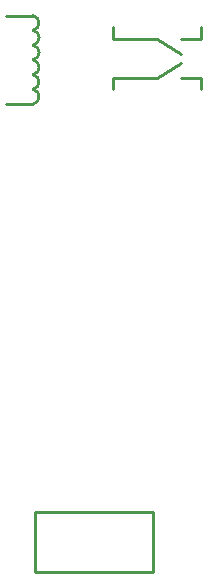
<source format=gbo>
%FSLAX25Y25*%
%MOIN*%
G70*
G01*
G75*
G04 Layer_Color=32896*
%ADD10R,0.05512X0.11811*%
G04:AMPARAMS|DCode=11|XSize=118.11mil|YSize=55.12mil|CornerRadius=13.78mil|HoleSize=0mil|Usage=FLASHONLY|Rotation=90.000|XOffset=0mil|YOffset=0mil|HoleType=Round|Shape=RoundedRectangle|*
%AMROUNDEDRECTD11*
21,1,0.11811,0.02756,0,0,90.0*
21,1,0.09055,0.05512,0,0,90.0*
1,1,0.02756,0.01378,0.04528*
1,1,0.02756,0.01378,-0.04528*
1,1,0.02756,-0.01378,-0.04528*
1,1,0.02756,-0.01378,0.04528*
%
%ADD11ROUNDEDRECTD11*%
%ADD12R,0.05709X0.05906*%
%ADD13R,0.08268X0.12992*%
%ADD14R,0.08268X0.03543*%
%ADD15R,0.07874X0.02362*%
%ADD16R,0.02362X0.08071*%
%ADD17R,0.09000X0.02500*%
%ADD18R,0.09000X0.03500*%
%ADD19R,0.05906X0.05709*%
%ADD20R,0.08071X0.02362*%
%ADD21R,0.02362X0.07480*%
%ADD22R,0.05906X0.05709*%
%ADD23R,0.02362X0.07874*%
%ADD24R,0.11811X0.15748*%
%ADD25R,0.12992X0.08268*%
%ADD26R,0.03543X0.08268*%
%ADD27R,0.01969X0.09252*%
%ADD28R,0.07874X0.09843*%
%ADD29R,0.05709X0.05906*%
%ADD30R,0.14000X0.05500*%
%ADD31R,0.06693X0.09843*%
%ADD32R,0.11811X0.05512*%
G04:AMPARAMS|DCode=33|XSize=118.11mil|YSize=55.12mil|CornerRadius=13.78mil|HoleSize=0mil|Usage=FLASHONLY|Rotation=180.000|XOffset=0mil|YOffset=0mil|HoleType=Round|Shape=RoundedRectangle|*
%AMROUNDEDRECTD33*
21,1,0.11811,0.02756,0,0,180.0*
21,1,0.09055,0.05512,0,0,180.0*
1,1,0.02756,-0.04528,0.01378*
1,1,0.02756,0.04528,0.01378*
1,1,0.02756,0.04528,-0.01378*
1,1,0.02756,-0.04528,-0.01378*
%
%ADD33ROUNDEDRECTD33*%
G04:AMPARAMS|DCode=34|XSize=157.48mil|YSize=62.99mil|CornerRadius=15.75mil|HoleSize=0mil|Usage=FLASHONLY|Rotation=0.000|XOffset=0mil|YOffset=0mil|HoleType=Round|Shape=RoundedRectangle|*
%AMROUNDEDRECTD34*
21,1,0.15748,0.03150,0,0,0.0*
21,1,0.12598,0.06299,0,0,0.0*
1,1,0.03150,0.06299,-0.01575*
1,1,0.03150,-0.06299,-0.01575*
1,1,0.03150,-0.06299,0.01575*
1,1,0.03150,0.06299,0.01575*
%
%ADD34ROUNDEDRECTD34*%
%ADD35R,0.15748X0.06299*%
%ADD36R,0.07480X0.05906*%
%ADD37R,0.07087X0.05512*%
%ADD38R,0.09843X0.06693*%
%ADD39C,0.00600*%
%ADD40C,0.00800*%
%ADD41C,0.02000*%
%ADD42C,0.05000*%
%ADD43C,0.03000*%
%ADD44C,0.07500*%
%ADD45C,0.12500*%
%ADD46C,0.09843*%
%ADD47R,0.05512X0.05512*%
%ADD48C,0.05512*%
%ADD49C,0.07874*%
%ADD50C,0.08661*%
%ADD51R,0.08661X0.08661*%
%ADD52C,0.01772*%
%ADD53C,0.10000*%
%ADD54C,0.11811*%
%ADD55R,0.11811X0.11811*%
%ADD56O,0.04921X0.05906*%
%ADD57C,0.10236*%
%ADD58C,0.04500*%
%ADD59C,0.05118*%
%ADD60C,0.04724*%
%ADD61C,0.03200*%
%ADD62C,0.04000*%
%ADD63C,0.00984*%
%ADD64C,0.02362*%
%ADD65C,0.00787*%
%ADD66C,0.01000*%
%ADD67C,0.01575*%
%ADD68C,0.00500*%
%ADD69R,0.09000X6.30000*%
%ADD70R,1.09500X0.16500*%
%ADD71R,1.22500X0.16500*%
%ADD72R,1.88500X0.16500*%
%ADD73R,2.18000X0.16500*%
%ADD74R,1.62000X0.16500*%
%ADD75R,1.88000X0.16500*%
%ADD76R,2.94000X0.16500*%
%ADD77R,2.63500X0.16500*%
%ADD78R,0.06312X0.12611*%
G04:AMPARAMS|DCode=79|XSize=126.11mil|YSize=63.12mil|CornerRadius=17.78mil|HoleSize=0mil|Usage=FLASHONLY|Rotation=90.000|XOffset=0mil|YOffset=0mil|HoleType=Round|Shape=RoundedRectangle|*
%AMROUNDEDRECTD79*
21,1,0.12611,0.02756,0,0,90.0*
21,1,0.09055,0.06312,0,0,90.0*
1,1,0.03556,0.01378,0.04528*
1,1,0.03556,0.01378,-0.04528*
1,1,0.03556,-0.01378,-0.04528*
1,1,0.03556,-0.01378,0.04528*
%
%ADD79ROUNDEDRECTD79*%
%ADD80R,0.06509X0.06706*%
%ADD81R,0.09068X0.13792*%
%ADD82R,0.09068X0.04343*%
%ADD83R,0.08674X0.03162*%
%ADD84R,0.03162X0.08871*%
%ADD85R,0.09800X0.03300*%
%ADD86R,0.09800X0.04300*%
%ADD87R,0.06706X0.06509*%
%ADD88R,0.08871X0.03162*%
%ADD89R,0.03162X0.08280*%
%ADD90R,0.06706X0.06509*%
%ADD91R,0.03162X0.08674*%
%ADD92R,0.12611X0.16548*%
%ADD93R,0.13792X0.09068*%
%ADD94R,0.04343X0.09068*%
%ADD95R,0.02769X0.10052*%
%ADD96R,0.08674X0.10642*%
%ADD97R,0.06509X0.06706*%
%ADD98R,0.14800X0.06300*%
%ADD99R,0.07493X0.10642*%
%ADD100R,0.12611X0.06312*%
G04:AMPARAMS|DCode=101|XSize=126.11mil|YSize=63.12mil|CornerRadius=17.78mil|HoleSize=0mil|Usage=FLASHONLY|Rotation=180.000|XOffset=0mil|YOffset=0mil|HoleType=Round|Shape=RoundedRectangle|*
%AMROUNDEDRECTD101*
21,1,0.12611,0.02756,0,0,180.0*
21,1,0.09055,0.06312,0,0,180.0*
1,1,0.03556,-0.04528,0.01378*
1,1,0.03556,0.04528,0.01378*
1,1,0.03556,0.04528,-0.01378*
1,1,0.03556,-0.04528,-0.01378*
%
%ADD101ROUNDEDRECTD101*%
G04:AMPARAMS|DCode=102|XSize=165.48mil|YSize=70.99mil|CornerRadius=19.75mil|HoleSize=0mil|Usage=FLASHONLY|Rotation=0.000|XOffset=0mil|YOffset=0mil|HoleType=Round|Shape=RoundedRectangle|*
%AMROUNDEDRECTD102*
21,1,0.16548,0.03150,0,0,0.0*
21,1,0.12598,0.07099,0,0,0.0*
1,1,0.03950,0.06299,-0.01575*
1,1,0.03950,-0.06299,-0.01575*
1,1,0.03950,-0.06299,0.01575*
1,1,0.03950,0.06299,0.01575*
%
%ADD102ROUNDEDRECTD102*%
%ADD103R,0.16548X0.07099*%
%ADD104R,0.08280X0.06706*%
%ADD105R,0.07887X0.06312*%
%ADD106R,0.10642X0.07493*%
%ADD107C,0.13300*%
%ADD108C,0.10642*%
%ADD109C,0.14567*%
%ADD110R,0.06312X0.06312*%
%ADD111C,0.06312*%
%ADD112R,0.00800X0.00800*%
%ADD113C,0.08674*%
%ADD114C,0.09461*%
%ADD115R,0.09461X0.09461*%
%ADD116C,0.02572*%
%ADD117C,0.10800*%
%ADD118C,0.12611*%
%ADD119R,0.12611X0.12611*%
%ADD120O,0.05721X0.06706*%
%ADD121C,0.00800*%
%ADD122C,0.11036*%
%ADD123C,0.05300*%
%ADD124C,0.05918*%
%ADD125C,0.05524*%
D66*
X305480Y-423415D02*
G03*
X305480Y-418494I-492J2461D01*
G01*
Y-428336D02*
G03*
X305480Y-423415I-492J2461D01*
G01*
Y-433257D02*
G03*
X305480Y-428336I-492J2461D01*
G01*
Y-418494D02*
G03*
X305480Y-413572I-492J2461D01*
G01*
Y-438179D02*
G03*
X305480Y-433257I-492J2461D01*
G01*
Y-443100D02*
G03*
X305480Y-438179I-492J2461D01*
G01*
X296621Y-443100D02*
X305480D01*
X296621Y-413572D02*
X305480D01*
X332054Y-421447D02*
Y-417510D01*
Y-421447D02*
X346818D01*
X361582D02*
Y-417510D01*
X354692Y-421447D02*
X361582D01*
X346818D02*
X354692Y-426368D01*
X346818Y-434242D02*
X354692Y-429320D01*
Y-434242D02*
X361582D01*
Y-438179D02*
Y-434242D01*
X332054D02*
X346818D01*
X332054Y-438179D02*
Y-434242D01*
X306011Y-579198D02*
X345381D01*
Y-598883D02*
Y-579198D01*
X306011Y-598883D02*
Y-579198D01*
Y-598883D02*
X345381D01*
M02*

</source>
